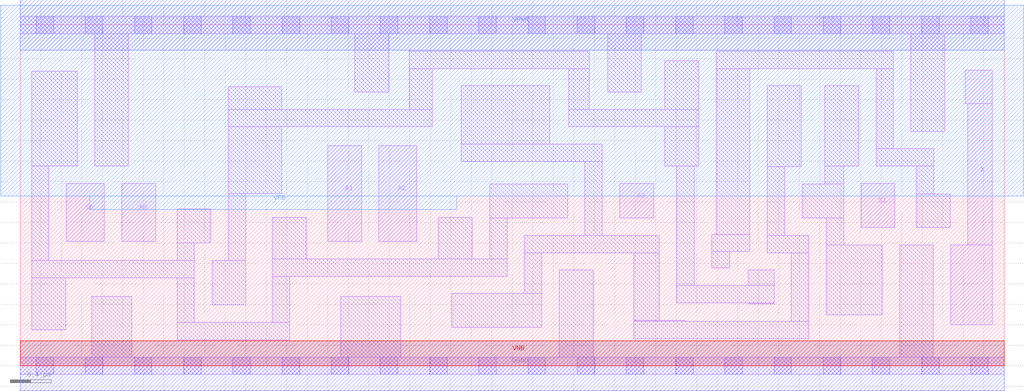
<source format=lef>
# Copyright 2020 The SkyWater PDK Authors
#
# Licensed under the Apache License, Version 2.0 (the "License");
# you may not use this file except in compliance with the License.
# You may obtain a copy of the License at
#
#     https://www.apache.org/licenses/LICENSE-2.0
#
# Unless required by applicable law or agreed to in writing, software
# distributed under the License is distributed on an "AS IS" BASIS,
# WITHOUT WARRANTIES OR CONDITIONS OF ANY KIND, either express or implied.
# See the License for the specific language governing permissions and
# limitations under the License.
#
# SPDX-License-Identifier: Apache-2.0

VERSION 5.7 ;
  NOWIREEXTENSIONATPIN ON ;
  DIVIDERCHAR "/" ;
  BUSBITCHARS "[]" ;
MACRO sky130_fd_sc_hs__mux4_1
  CLASS CORE ;
  FOREIGN sky130_fd_sc_hs__mux4_1 ;
  ORIGIN  0.000000  0.000000 ;
  SIZE  9.600000 BY  3.330000 ;
  SYMMETRY X Y ;
  SITE unit ;
  PIN A0
    ANTENNAGATEAREA  0.246000 ;
    DIRECTION INPUT ;
    USE SIGNAL ;
    PORT
      LAYER li1 ;
        RECT 0.990000 1.215000 1.320000 1.780000 ;
    END
  END A0
  PIN A1
    ANTENNAGATEAREA  0.246000 ;
    DIRECTION INPUT ;
    USE SIGNAL ;
    PORT
      LAYER li1 ;
        RECT 3.000000 1.215000 3.330000 2.150000 ;
    END
  END A1
  PIN A2
    ANTENNAGATEAREA  0.246000 ;
    DIRECTION INPUT ;
    USE SIGNAL ;
    PORT
      LAYER li1 ;
        RECT 3.500000 1.215000 3.870000 2.150000 ;
    END
  END A2
  PIN A3
    ANTENNAGATEAREA  0.246000 ;
    DIRECTION INPUT ;
    USE SIGNAL ;
    PORT
      LAYER li1 ;
        RECT 5.850000 1.445000 6.180000 1.780000 ;
    END
  END A3
  PIN S0
    ANTENNAGATEAREA  0.738000 ;
    DIRECTION INPUT ;
    USE SIGNAL ;
    PORT
      LAYER li1 ;
        RECT 0.450000 1.215000 0.820000 1.780000 ;
    END
  END S0
  PIN S1
    ANTENNAGATEAREA  0.492000 ;
    DIRECTION INPUT ;
    USE SIGNAL ;
    PORT
      LAYER li1 ;
        RECT 8.205000 1.350000 8.535000 1.780000 ;
    END
  END S1
  PIN X
    ANTENNADIFFAREA  0.558100 ;
    DIRECTION OUTPUT ;
    USE SIGNAL ;
    PORT
      LAYER li1 ;
        RECT 9.080000 0.400000 9.485000 1.180000 ;
        RECT 9.220000 2.560000 9.485000 2.890000 ;
        RECT 9.245000 1.180000 9.485000 2.560000 ;
    END
  END X
  PIN VGND
    DIRECTION INOUT ;
    USE GROUND ;
    PORT
      LAYER met1 ;
        RECT 0.000000 -0.245000 9.600000 0.245000 ;
    END
  END VGND
  PIN VNB
    DIRECTION INOUT ;
    USE GROUND ;
    PORT
      LAYER pwell ;
        RECT 0.000000 0.000000 9.600000 0.245000 ;
    END
  END VNB
  PIN VPB
    DIRECTION INOUT ;
    USE POWER ;
    PORT
      LAYER nwell ;
        RECT -0.190000 1.660000 9.790000 3.520000 ;
        RECT  0.680000 1.525000 4.260000 1.660000 ;
    END
  END VPB
  PIN VPWR
    DIRECTION INOUT ;
    USE POWER ;
    PORT
      LAYER met1 ;
        RECT 0.000000 3.085000 9.600000 3.575000 ;
    END
  END VPWR
  OBS
    LAYER li1 ;
      RECT 0.000000 -0.085000 9.600000 0.085000 ;
      RECT 0.000000  3.245000 9.600000 3.415000 ;
      RECT 0.110000  0.350000 0.445000 0.860000 ;
      RECT 0.110000  0.860000 1.700000 1.030000 ;
      RECT 0.110000  1.030000 0.280000 1.950000 ;
      RECT 0.110000  1.950000 0.555000 2.880000 ;
      RECT 0.700000  0.085000 1.090000 0.680000 ;
      RECT 0.725000  1.950000 1.055000 3.245000 ;
      RECT 1.530000  0.255000 2.630000 0.425000 ;
      RECT 1.530000  0.425000 1.700000 0.860000 ;
      RECT 1.530000  1.030000 1.700000 1.200000 ;
      RECT 1.530000  1.200000 1.860000 1.530000 ;
      RECT 1.875000  0.595000 2.200000 1.030000 ;
      RECT 2.030000  1.030000 2.200000 1.685000 ;
      RECT 2.030000  1.685000 2.550000 2.335000 ;
      RECT 2.030000  2.335000 4.020000 2.505000 ;
      RECT 2.030000  2.505000 2.550000 2.725000 ;
      RECT 2.460000  0.425000 2.630000 0.875000 ;
      RECT 2.460000  0.875000 4.750000 1.045000 ;
      RECT 2.460000  1.045000 2.790000 1.450000 ;
      RECT 3.125000  0.085000 3.715000 0.680000 ;
      RECT 3.265000  2.675000 3.595000 3.245000 ;
      RECT 3.795000  2.505000 4.020000 2.905000 ;
      RECT 3.795000  2.905000 5.550000 3.075000 ;
      RECT 4.080000  1.045000 4.410000 1.450000 ;
      RECT 4.210000  0.375000 5.090000 0.705000 ;
      RECT 4.305000  1.995000 5.680000 2.165000 ;
      RECT 4.305000  2.165000 5.165000 2.735000 ;
      RECT 4.580000  1.045000 4.750000 1.445000 ;
      RECT 4.580000  1.445000 5.340000 1.775000 ;
      RECT 4.920000  0.705000 5.090000 1.105000 ;
      RECT 4.920000  1.105000 6.235000 1.275000 ;
      RECT 5.260000  0.085000 5.590000 0.935000 ;
      RECT 5.350000  2.335000 6.620000 2.505000 ;
      RECT 5.350000  2.505000 5.550000 2.905000 ;
      RECT 5.510000  1.275000 5.680000 1.995000 ;
      RECT 5.730000  2.675000 6.060000 3.245000 ;
      RECT 5.985000  0.265000 7.695000 0.435000 ;
      RECT 5.985000  0.435000 6.485000 0.445000 ;
      RECT 5.985000  0.445000 6.235000 1.105000 ;
      RECT 6.290000  1.950000 6.620000 2.335000 ;
      RECT 6.290000  2.505000 6.620000 2.980000 ;
      RECT 6.405000  0.615000 7.355000 0.785000 ;
      RECT 6.405000  0.785000 6.575000 1.950000 ;
      RECT 6.745000  0.955000 6.925000 1.115000 ;
      RECT 6.745000  1.115000 7.120000 1.285000 ;
      RECT 6.790000  1.285000 7.120000 2.905000 ;
      RECT 6.790000  2.905000 8.520000 3.075000 ;
      RECT 7.105000  0.605000 7.355000 0.615000 ;
      RECT 7.105000  0.785000 7.355000 0.935000 ;
      RECT 7.290000  1.105000 7.695000 1.275000 ;
      RECT 7.290000  1.275000 7.460000 1.945000 ;
      RECT 7.290000  1.945000 7.620000 2.735000 ;
      RECT 7.525000  0.435000 7.695000 1.105000 ;
      RECT 7.630000  1.445000 8.035000 1.775000 ;
      RECT 7.850000  1.775000 8.035000 1.950000 ;
      RECT 7.850000  1.950000 8.180000 2.735000 ;
      RECT 7.865000  0.500000 8.410000 1.180000 ;
      RECT 7.865000  1.180000 8.035000 1.445000 ;
      RECT 8.350000  1.950000 8.915000 2.120000 ;
      RECT 8.350000  2.120000 8.520000 2.905000 ;
      RECT 8.580000  0.085000 8.910000 1.180000 ;
      RECT 8.690000  2.290000 9.020000 3.245000 ;
      RECT 8.745000  1.350000 9.075000 1.680000 ;
      RECT 8.745000  1.680000 8.915000 1.950000 ;
    LAYER mcon ;
      RECT 0.155000 -0.085000 0.325000 0.085000 ;
      RECT 0.155000  3.245000 0.325000 3.415000 ;
      RECT 0.635000 -0.085000 0.805000 0.085000 ;
      RECT 0.635000  3.245000 0.805000 3.415000 ;
      RECT 1.115000 -0.085000 1.285000 0.085000 ;
      RECT 1.115000  3.245000 1.285000 3.415000 ;
      RECT 1.595000 -0.085000 1.765000 0.085000 ;
      RECT 1.595000  3.245000 1.765000 3.415000 ;
      RECT 2.075000 -0.085000 2.245000 0.085000 ;
      RECT 2.075000  3.245000 2.245000 3.415000 ;
      RECT 2.555000 -0.085000 2.725000 0.085000 ;
      RECT 2.555000  3.245000 2.725000 3.415000 ;
      RECT 3.035000 -0.085000 3.205000 0.085000 ;
      RECT 3.035000  3.245000 3.205000 3.415000 ;
      RECT 3.515000 -0.085000 3.685000 0.085000 ;
      RECT 3.515000  3.245000 3.685000 3.415000 ;
      RECT 3.995000 -0.085000 4.165000 0.085000 ;
      RECT 3.995000  3.245000 4.165000 3.415000 ;
      RECT 4.475000 -0.085000 4.645000 0.085000 ;
      RECT 4.475000  3.245000 4.645000 3.415000 ;
      RECT 4.955000 -0.085000 5.125000 0.085000 ;
      RECT 4.955000  3.245000 5.125000 3.415000 ;
      RECT 5.435000 -0.085000 5.605000 0.085000 ;
      RECT 5.435000  3.245000 5.605000 3.415000 ;
      RECT 5.915000 -0.085000 6.085000 0.085000 ;
      RECT 5.915000  3.245000 6.085000 3.415000 ;
      RECT 6.395000 -0.085000 6.565000 0.085000 ;
      RECT 6.395000  3.245000 6.565000 3.415000 ;
      RECT 6.875000 -0.085000 7.045000 0.085000 ;
      RECT 6.875000  3.245000 7.045000 3.415000 ;
      RECT 7.355000 -0.085000 7.525000 0.085000 ;
      RECT 7.355000  3.245000 7.525000 3.415000 ;
      RECT 7.835000 -0.085000 8.005000 0.085000 ;
      RECT 7.835000  3.245000 8.005000 3.415000 ;
      RECT 8.315000 -0.085000 8.485000 0.085000 ;
      RECT 8.315000  3.245000 8.485000 3.415000 ;
      RECT 8.795000 -0.085000 8.965000 0.085000 ;
      RECT 8.795000  3.245000 8.965000 3.415000 ;
      RECT 9.275000 -0.085000 9.445000 0.085000 ;
      RECT 9.275000  3.245000 9.445000 3.415000 ;
  END
END sky130_fd_sc_hs__mux4_1
END LIBRARY

</source>
